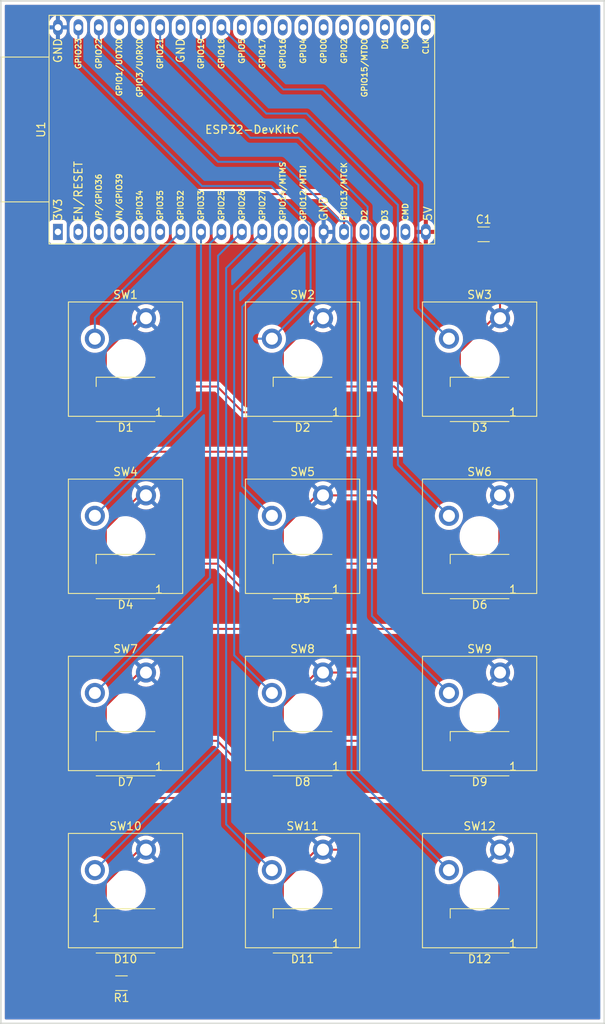
<source format=kicad_pcb>
(kicad_pcb (version 20211014) (generator pcbnew)
  (layers (0 "F.Cu" signal) (31 "B.Cu" signal) (34 "B.Paste" user) (35 "F.Paste" user) (36 "B.SilkS" user "B.Silkscreen") (37 "F.SilkS" user "F.Silkscreen") (38 "B.Mask" user) (39 "F.Mask" user) (44 "Edge.Cuts" user))
  (net 0 "")
  (net 1 "Net-(C1-Pad1)")
  (net 2 "GND")
  (net 3 "Net-(D1-Pad2)")
  (net 4 "Net-(D1-Pad4)")
  (net 5 "Net-(D2-Pad2)")
  (net 7 "Net-(D4-Pad2)")
  (net 8 "Net-(D5-Pad2)")
  (net 9 "Net-(D12-Pad2)")
  (net 10 "Net-(D4-Pad4)")
  (net 11 "Net-(D7-Pad2)")
  (net 12 "Net-(D8-Pad2)")
  (net 13 "Net-(D10-Pad4)")
  (net 14 "Net-(D10-Pad2)")
  (net 15 "Net-(D11-Pad2)")
  (net 16 "DATA")
  (net 17 "SW1")
  (net 18 "SW2")
  (net 19 "SW3")
  (net 20 "SW4")
  (net 21 "SW5")
  (net 22 "SW6")
  (net 23 "SW7")
  (net 24 "SW8")
  (net 25 "SW9")
  (net 26 "SW10")
  (net 27 "SW11")
  (net 28 "SW12")
  (footprint "LED_SMD:LED_WS2812B_PLCC4_5.0x5.0mm_P3.2mm" (layer "F.Cu") (at 139.5 125.5 180)
    (fp_text reference "D5" (at 0 -2.75) (layer "F.SilkS"))
    (fp_text value "WS2812B")
    (fp_text user "1" (at -4.15 -1.6) (layer "F.SilkS"))
    (fp_line (start -3.65 2.75) (end 3.65 2.75) (layer "F.SilkS") (width 0.12))
    (fp_line (start 3.65 2.75) (end 3.65 1.6) (layer "F.SilkS") (width 0.12))
    (fp_line (start -3.65 -2.75) (end 3.65 -2.75) (layer "F.SilkS") (width 0.12))
    (pad "1" smd rect (at -2.45 -1.6 180) (size 1.5 1) (layers "F.Cu" "F.Paste" "F.Mask") (net 1 "Net-(C1-Pad1)"))
    (pad "2" smd rect (at -2.45 1.6 180) (size 1.5 1) (layers "F.Cu" "F.Paste" "F.Mask") (net 8 "Net-(D5-Pad2)"))
    (pad "3" smd rect (at 2.45 1.6 180) (size 1.5 1) (layers "F.Cu" "F.Paste" "F.Mask") (net 2 "GND"))
    (pad "4" smd rect (at 2.45 -1.6 180) (size 1.5 1) (layers "F.Cu" "F.Paste" "F.Mask") (net 7 "Net-(D4-Pad2)"))
  )
  (footprint "LED_SMD:LED_WS2812B_PLCC4_5.0x5.0mm_P3.2mm" (layer "F.Cu") (at 117.5 103.5 180)
    (fp_text reference "D1" (at 0 -3.5) (layer "F.SilkS"))
    (fp_text value "WS2812B")
    (fp_text user "1" (at -4.15 -1.6) (layer "F.SilkS"))
    (fp_line (start -3.65 -2.75) (end 3.65 -2.75) (layer "F.SilkS") (width 0.12))
    (fp_line (start 3.65 2.75) (end 3.65 1.6) (layer "F.SilkS") (width 0.12))
    (fp_line (start -3.65 2.75) (end 3.65 2.75) (layer "F.SilkS") (width 0.12))
    (pad "1" smd rect (at -2.45 -1.6 180) (size 1.5 1) (layers "F.Cu" "F.Paste" "F.Mask") (net 1 "Net-(C1-Pad1)"))
    (pad "2" smd rect (at -2.45 1.6 180) (size 1.5 1) (layers "F.Cu" "F.Paste" "F.Mask") (net 3 "Net-(D1-Pad2)"))
    (pad "3" smd rect (at 2.45 1.6 180) (size 1.5 1) (layers "F.Cu" "F.Paste" "F.Mask") (net 2 "GND"))
    (pad "4" smd rect (at 2.45 -1.6 180) (size 1.5 1) (layers "F.Cu" "F.Paste" "F.Mask") (net 4 "Net-(D1-Pad4)"))
  )
  (footprint "Switch_Keyboard_Cherry_MX:SW_Cherry_MX_Plate_1.00u" (layer "F.Cu") (at 139.5 98.5)
    (fp_text reference "SW2" (at 0 -8) (layer "F.SilkS"))
    (fp_text value "CherryMX")
    (fp_line (start 7.1 -7.1) (end -7.1 -7.1) (layer "F.SilkS") (width 0.12))
    (fp_line (start -7.1 -7.1) (end -7.1 7.1) (layer "F.SilkS") (width 0.12))
    (fp_line (start -7.1 7.1) (end 7.1 7.1) (layer "F.SilkS") (width 0.12))
    (fp_line (start 7.1 7.1) (end 7.1 -7.1) (layer "F.SilkS") (width 0.12))
    (pad "" np_thru_hole circle locked (at 0 0) (size 4 4) (drill 4) (layers *.Cu *.Mask))
    (pad "1" thru_hole circle locked (at -3.81 -2.54) (size 2.5 2.5) (drill 1.5) (layers *.Cu "B.Mask") (net 18 "SW2"))
    (pad "2" thru_hole circle locked (at 2.54 -5.08) (size 2.5 2.5) (drill 1.5) (layers *.Cu "B.Mask") (net 2 "GND"))
  )
  (footprint "Switch_Keyboard_Cherry_MX:SW_Cherry_MX_Plate_1.00u" (layer "F.Cu") (at 117.5 98.5)
    (fp_text reference "SW1" (at 0 -8) (layer "F.SilkS"))
    (fp_text value "CherryMX")
    (fp_line (start 7.1 -7.1) (end -7.1 -7.1) (layer "F.SilkS") (width 0.12))
    (fp_line (start -7.1 -7.1) (end -7.1 7.1) (layer "F.SilkS") (width 0.12))
    (fp_line (start -7.1 7.1) (end 7.1 7.1) (layer "F.SilkS") (width 0.12))
    (fp_line (start 7.1 7.1) (end 7.1 -7.1) (layer "F.SilkS") (width 0.12))
    (pad "" np_thru_hole circle locked (at 0 0) (size 4 4) (drill 4) (layers *.Cu *.Mask))
    (pad "1" thru_hole circle locked (at -3.81 -2.54) (size 2.5 2.5) (drill 1.5) (layers *.Cu "B.Mask") (net 17 "SW1"))
    (pad "2" thru_hole circle locked (at 2.54 -5.08) (size 2.5 2.5) (drill 1.5) (layers *.Cu "B.Mask") (net 2 "GND"))
  )
  (footprint "LED_SMD:LED_WS2812B_PLCC4_5.0x5.0mm_P3.2mm" (layer "F.Cu") (at 161.5 125.5 180)
    (fp_text reference "D6" (at 0 -3.5) (layer "F.SilkS"))
    (fp_text value "WS2812B")
    (fp_text user "1" (at -4.15 -1.6) (layer "F.SilkS"))
    (fp_line (start -3.65 -2.75) (end 3.65 -2.75) (layer "F.SilkS") (width 0.12))
    (fp_line (start -3.65 2.75) (end 3.65 2.75) (layer "F.SilkS") (width 0.12))
    (fp_line (start 3.65 2.75) (end 3.65 1.6) (layer "F.SilkS") (width 0.12))
    (pad "1" smd rect (at -2.45 -1.6 180) (size 1.5 1) (layers "F.Cu" "F.Paste" "F.Mask") (net 1 "Net-(C1-Pad1)"))
    (pad "2" smd rect (at -2.45 1.6 180) (size 1.5 1) (layers "F.Cu" "F.Paste" "F.Mask") (net 4 "Net-(D1-Pad4)"))
    (pad "3" smd rect (at 2.45 1.6 180) (size 1.5 1) (layers "F.Cu" "F.Paste" "F.Mask") (net 2 "GND"))
    (pad "4" smd rect (at 2.45 -1.6 180) (size 1.5 1) (layers "F.Cu" "F.Paste" "F.Mask") (net 8 "Net-(D5-Pad2)"))
  )
  (footprint "Switch_Keyboard_Cherry_MX:SW_Cherry_MX_Plate_1.00u" (layer "F.Cu") (at 139.5 142.5)
    (fp_text reference "SW8" (at 0 -8) (layer "F.SilkS"))
    (fp_text value "CherryMX")
    (fp_line (start -7.1 7.1) (end 7.1 7.1) (layer "F.SilkS") (width 0.12))
    (fp_line (start -7.1 -7.1) (end -7.1 7.1) (layer "F.SilkS") (width 0.12))
    (fp_line (start 7.1 7.1) (end 7.1 -7.1) (layer "F.SilkS") (width 0.12))
    (fp_line (start 7.1 -7.1) (end -7.1 -7.1) (layer "F.SilkS") (width 0.12))
    (pad "" np_thru_hole circle locked (at 0 0) (size 4 4) (drill 4) (layers *.Cu *.Mask))
    (pad "1" thru_hole circle locked (at -3.81 -2.54) (size 2.5 2.5) (drill 1.5) (layers *.Cu "B.Mask") (net 24 "SW8"))
    (pad "2" thru_hole circle locked (at 2.54 -5.08) (size 2.5 2.5) (drill 1.5) (layers *.Cu "B.Mask") (net 2 "GND"))
  )
  (footprint "Capacitor_SMD:C_1206_3216Metric_Pad1.33x1.80mm_HandSolder" (layer "F.Cu") (at 162 83)
    (fp_text reference "C1" (at 0 -1.85) (layer "F.SilkS"))
    (fp_text value "10u")
    (fp_line (start -0.711252 -0.91) (end 0.711252 -0.91) (layer "F.SilkS") (width 0.12))
    (fp_line (start -0.711252 0.91) (end 0.711252 0.91) (layer "F.SilkS") (width 0.12))
    (pad "1" smd roundrect (at -1.5625 0) (size 1.325 1.8) (layers "F.Cu" "F.Paste" "F.Mask") (roundrect_rratio 0.188679) (net 1 "Net-(C1-Pad1)"))
    (pad "2" smd roundrect (at 1.5625 0) (size 1.325 1.8) (layers "F.Cu" "F.Paste" "F.Mask") (roundrect_rratio 0.188679) (net 2 "GND"))
  )
  (footprint "Switch_Keyboard_Cherry_MX:SW_Cherry_MX_Plate_1.00u" (layer "F.Cu") (at 139.5 120.5)
    (fp_text reference "SW5" (at 0 -8) (layer "F.SilkS"))
    (fp_text value "CherryMX")
    (fp_line (start -7.1 7.1) (end 7.1 7.1) (layer "F.SilkS") (width 0.12))
    (fp_line (start 7.1 -7.1) (end -7.1 -7.1) (layer "F.SilkS") (width 0.12))
    (fp_line (start -7.1 -7.1) (end -7.1 7.1) (layer "F.SilkS") (width 0.12))
    (fp_line (start 7.1 7.1) (end 7.1 -7.1) (layer "F.SilkS") (width 0.12))
    (pad "" np_thru_hole circle locked (at 0 0) (size 4 4) (drill 4) (layers *.Cu *.Mask))
    (pad "1" thru_hole circle locked (at -3.81 -2.54) (size 2.5 2.5) (drill 1.5) (layers *.Cu "B.Mask") (net 21 "SW5"))
    (pad "2" thru_hole circle locked (at 2.54 -5.08) (size 2.5 2.5) (drill 1.5) (layers *.Cu "B.Mask") (net 2 "GND"))
  )
  (footprint "LED_SMD:LED_WS2812B_PLCC4_5.0x5.0mm_P3.2mm" (layer "F.Cu") (at 161.5 169.5 180)
    (fp_text reference "D12" (at 0 -3.5) (layer "F.SilkS"))
    (fp_text value "WS2812B")
    (fp_text user "1" (at -4.15 -1.6) (layer "F.SilkS"))
    (fp_line (start -3.65 -2.75) (end 3.65 -2.75) (layer "F.SilkS") (width 0.12))
    (fp_line (start -3.65 2.75) (end 3.65 2.75) (layer "F.SilkS") (width 0.12))
    (fp_line (start 3.65 2.75) (end 3.65 1.6) (layer "F.SilkS") (width 0.12))
    (pad "1" smd rect (at -2.45 -1.6 180) (size 1.5 1) (layers "F.Cu" "F.Paste" "F.Mask") (net 1 "Net-(C1-Pad1)"))
    (pad "2" smd rect (at -2.45 1.6 180) (size 1.5 1) (layers "F.Cu" "F.Paste" "F.Mask") (net 9 "Net-(D12-Pad2)"))
    (pad "3" smd rect (at 2.45 1.6 180) (size 1.5 1) (layers "F.Cu" "F.Paste" "F.Mask") (net 2 "GND"))
    (pad "4" smd rect (at 2.45 -1.6 180) (size 1.5 1) (layers "F.Cu" "F.Paste" "F.Mask") (net 15 "Net-(D11-Pad2)"))
  )
  (footprint "LED_SMD:LED_WS2812B_PLCC4_5.0x5.0mm_P3.2mm" (layer "F.Cu") (at 161.5 103.5 180)
    (fp_text reference "D3" (at 0 -3.5) (layer "F.SilkS"))
    (fp_text value "WS2812B")
    (fp_text user "1" (at -4.15 -1.6) (layer "F.SilkS"))
    (fp_line (start -3.65 2.75) (end 3.65 2.75) (layer "F.SilkS") (width 0.12))
    (fp_line (start 3.65 2.75) (end 3.65 1.6) (layer "F.SilkS") (width 0.12))
    (fp_line (start -3.65 -2.75) (end 3.65 -2.75) (layer "F.SilkS") (width 0.12))
    (pad "1" smd rect (at -2.45 -1.6 180) (size 1.5 1) (layers "F.Cu" "F.Paste" "F.Mask") (net 1 "Net-(C1-Pad1)"))
    (pad "2" smd rect (at -2.45 1.6 180) (size 1.5 1) (layers "F.Cu" "F.Paste" "F.Mask"))
    (pad "3" smd rect (at 2.45 1.6 180) (size 1.5 1) (layers "F.Cu" "F.Paste" "F.Mask") (net 2 "GND"))
    (pad "4" smd rect (at 2.45 -1.6 180) (size 1.5 1) (layers "F.Cu" "F.Paste" "F.Mask") (net 5 "Net-(D2-Pad2)"))
  )
  (footprint "LED_SMD:LED_WS2812B_PLCC4_5.0x5.0mm_P3.2mm" (layer "F.Cu") (at 117.5 147.5 180)
    (fp_text reference "D7" (at 0 -3.5) (layer "F.SilkS"))
    (fp_text value "WS2812B")
    (fp_text user "1" (at -4.15 -1.6) (layer "F.SilkS"))
    (fp_line (start -3.65 2.75) (end 3.65 2.75) (layer "F.SilkS") (width 0.12))
    (fp_line (start 3.65 2.75) (end 3.65 1.6) (layer "F.SilkS") (width 0.12))
    (fp_line (start -3.65 -2.75) (end 3.65 -2.75) (layer "F.SilkS") (width 0.12))
    (pad "1" smd rect (at -2.45 -1.6 180) (size 1.5 1) (layers "F.Cu" "F.Paste" "F.Mask") (net 1 "Net-(C1-Pad1)"))
    (pad "2" smd rect (at -2.45 1.6 180) (size 1.5 1) (layers "F.Cu" "F.Paste" "F.Mask") (net 11 "Net-(D7-Pad2)"))
    (pad "3" smd rect (at 2.45 1.6 180) (size 1.5 1) (layers "F.Cu" "F.Paste" "F.Mask") (net 2 "GND"))
    (pad "4" smd rect (at 2.45 -1.6 180) (size 1.5 1) (layers "F.Cu" "F.Paste" "F.Mask") (net 9 "Net-(D12-Pad2)"))
  )
  (footprint "LED_SMD:LED_WS2812B_PLCC4_5.0x5.0mm_P3.2mm" (layer "F.Cu") (at 139.5 103.5 180)
    (fp_text reference "D2" (at 0 -3.5) (layer "F.SilkS"))
    (fp_text value "WS2812B")
    (fp_text user "1" (at -4.15 -1.6) (layer "F.SilkS"))
    (fp_line (start -3.65 2.75) (end 3.65 2.75) (layer "F.SilkS") (width 0.12))
    (fp_line (start 3.65 2.75) (end 3.65 1.6) (layer "F.SilkS") (width 0.12))
    (fp_line (start -3.65 -2.75) (end 3.65 -2.75) (layer "F.SilkS") (width 0.12))
    (pad "1" smd rect (at -2.45 -1.6 180) (size 1.5 1) (layers "F.Cu" "F.Paste" "F.Mask") (net 1 "Net-(C1-Pad1)"))
    (pad "2" smd rect (at -2.45 1.6 180) (size 1.5 1) (layers "F.Cu" "F.Paste" "F.Mask") (net 5 "Net-(D2-Pad2)"))
    (pad "3" smd rect (at 2.45 1.6 180) (size 1.5 1) (layers "F.Cu" "F.Paste" "F.Mask") (net 2 "GND"))
    (pad "4" smd rect (at 2.45 -1.6 180) (size 1.5 1) (layers "F.Cu" "F.Paste" "F.Mask") (net 3 "Net-(D1-Pad2)"))
  )
  (footprint "LED_SMD:LED_WS2812B_PLCC4_5.0x5.0mm_P3.2mm" (layer "F.Cu") (at 139.5 147.5 180)
    (fp_text reference "D8" (at 0 -3.5) (layer "F.SilkS"))
    (fp_text value "WS2812B")
    (fp_text user "1" (at -4.15 -1.6) (layer "F.SilkS"))
    (fp_line (start -3.65 -2.75) (end 3.65 -2.75) (layer "F.SilkS") (width 0.12))
    (fp_line (start 3.65 2.75) (end 3.65 1.6) (layer "F.SilkS") (width 0.12))
    (fp_line (start -3.65 2.75) (end 3.65 2.75) (layer "F.SilkS") (width 0.12))
    (pad "1" smd rect (at -2.45 -1.6 180) (size 1.5 1) (layers "F.Cu" "F.Paste" "F.Mask") (net 1 "Net-(C1-Pad1)"))
    (pad "2" smd rect (at -2.45 1.6 180) (size 1.5 1) (layers "F.Cu" "F.Paste" "F.Mask") (net 12 "Net-(D8-Pad2)"))
    (pad "3" smd rect (at 2.45 1.6 180) (size 1.5 1) (layers "F.Cu" "F.Paste" "F.Mask") (net 2 "GND"))
    (pad "4" smd rect (at 2.45 -1.6 180) (size 1.5 1) (layers "F.Cu" "F.Paste" "F.Mask") (net 11 "Net-(D7-Pad2)"))
  )
  (footprint "Switch_Keyboard_Cherry_MX:SW_Cherry_MX_Plate_1.00u" (layer "F.Cu") (at 139.5 164.5)
    (fp_text reference "SW11" (at 0 -8) (layer "F.SilkS"))
    (fp_text value "CherryMX")
    (fp_line (start 7.1 -7.1) (end -7.1 -7.1) (layer "F.SilkS") (width 0.12))
    (fp_line (start -7.1 7.1) (end 7.1 7.1) (layer "F.SilkS") (width 0.12))
    (fp_line (start 7.1 7.1) (end 7.1 -7.1) (layer "F.SilkS") (width 0.12))
    (fp_line (start -7.1 -7.1) (end -7.1 7.1) (layer "F.SilkS") (width 0.12))
    (pad "" np_thru_hole circle locked (at 0 0) (size 4 4) (drill 4) (layers *.Cu *.Mask))
    (pad "1" thru_hole circle locked (at -3.81 -2.54) (size 2.5 2.5) (drill 1.5) (layers *.Cu "B.Mask") (net 27 "SW11"))
    (pad "2" thru_hole circle locked (at 2.54 -5.08) (size 2.5 2.5) (drill 1.5) (layers *.Cu "B.Mask") (net 2 "GND"))
  )
  (footprint "LED_SMD:LED_WS2812B_PLCC4_5.0x5.0mm_P3.2mm" (layer "F.Cu") (at 117.5 125.5 180)
    (fp_text reference "D4" (at 0 -3.5) (layer "F.SilkS"))
    (fp_text value "WS2812B")
    (fp_text user "1" (at -4.15 -1.6) (layer "F.SilkS"))
    (fp_line (start -3.65 2.75) (end 3.65 2.75) (layer "F.SilkS") (width 0.12))
    (fp_line (start 3.65 2.75) (end 3.65 1.6) (layer "F.SilkS") (width 0.12))
    (fp_line (start -3.65 -2.75) (end 3.65 -2.75) (layer "F.SilkS") (width 0.12))
    (pad "1" smd rect (at -2.45 -1.6 180) (size 1.5 1) (layers "F.Cu" "F.Paste" "F.Mask") (net 1 "Net-(C1-Pad1)"))
    (pad "2" smd rect (at -2.45 1.6 180) (size 1.5 1) (layers "F.Cu" "F.Paste" "F.Mask") (net 7 "Net-(D4-Pad2)"))
    (pad "3" smd rect (at 2.45 1.6 180) (size 1.5 1) (layers "F.Cu" "F.Paste" "F.Mask") (net 2 "GND"))
    (pad "4" smd rect (at 2.45 -1.6 180) (size 1.5 1) (layers "F.Cu" "F.Paste" "F.Mask") (net 10 "Net-(D4-Pad4)"))
  )
  (footprint "LED_SMD:LED_WS2812B_PLCC4_5.0x5.0mm_P3.2mm" (layer "F.Cu") (at 139.5 169.5 180)
    (fp_text reference "D11" (at 0 -3.5) (layer "F.SilkS"))
    (fp_text value "WS2812B")
    (fp_text user "1" (at -4.15 -1.6) (layer "F.SilkS"))
    (fp_line (start 3.65 2.75) (end 3.65 1.6) (layer "F.SilkS") (width 0.12))
    (fp_line (start -3.65 -2.75) (end 3.65 -2.75) (layer "F.SilkS") (width 0.12))
    (fp_line (start -3.65 2.75) (end 3.65 2.75) (layer "F.SilkS") (width 0.12))
    (pad "1" smd rect (at -2.45 -1.6 180) (size 1.5 1) (layers "F.Cu" "F.Paste" "F.Mask") (net 1 "Net-(C1-Pad1)"))
    (pad "2" smd rect (at -2.45 1.6 180) (size 1.5 1) (layers "F.Cu" "F.Paste" "F.Mask") (net 15 "Net-(D11-Pad2)"))
    (pad "3" smd rect (at 2.45 1.6 180) (size 1.5 1) (layers "F.Cu" "F.Paste" "F.Mask") (net 2 "GND"))
    (pad "4" smd rect (at 2.45 -1.6 180) (size 1.5 1) (layers "F.Cu" "F.Paste" "F.Mask") (net 14 "Net-(D10-Pad2)"))
  )
  (footprint "Espressif:ESP32-DevKitC" (layer "F.Cu") (at 109.09656 82.7 90)
    (fp_text reference "U1" (at 12.7 -2.1 90) (layer "F.SilkS"))
    (fp_text value "ESP32-DevKitC" (at 12.7 24.13) (layer "F.SilkS"))
    (fp_text user "EN/RESET" (at 8.88632 2.53728 90 unlocked) (layer "F.SilkS") (effects (justify right)))
    (fp_text user "GPIO2" (at 24.13 35.56 90 unlocked) (layer "F.SilkS") (effects (font (size 0.7 0.7)) (justify right)))
    (fp_text user "GPIO23" (at 24.13 2.54 90 unlocked) (layer "F.SilkS") (effects (font (size 0.7 0.7)) (justify right)))
    (fp_text user "GND" (at 1.27 33.02 90 unlocked) (layer "F.SilkS") (effects (justify left)))
    (fp_text user "VN/GPIO39" (at 1.27 7.62 90 unlocked) (layer "F.SilkS") (effects (font (size 0.7 0.7)) (justify left)))
    (fp_text user "GPIO34" (at 1.27 10.16 90 unlocked) (layer "F.SilkS") (effects (font (size 0.7 0.7)) (justify left)))
    (fp_text user "GPIO1/U0TXD" (at 24.13 7.62 90 unlocked) (layer "F.SilkS") (effects (font (size 0.7 0.7)) (justify right)))
    (fp_text user "GPIO35" (at 1.27 12.7 90 unlocked) (layer "F.SilkS") (effects (font (size 0.7 0.7)) (justify left)))
    (fp_text user "D2" (at 1.27 38.1 90 unlocked) (layer "F.SilkS") (effects (font (size 0.7 0.7)) (justify left)))
    (fp_text user "D0" (at 24.13 43.18 90 unlocked) (layer "F.SilkS") (effects (font (size 0.7 0.7)) (justify right)))
    (fp_text user "GPIO3/U0RXD" (at 24.13 10.16 90 unlocked) (layer "F.SilkS") (effects (font (size 0.7 0.7)) (justify right)))
    (fp_text user "GPIO14/MTMS" (at 1.27 27.94 90 unlocked) (layer "F.SilkS") (effects (font (size 0.7 0.7)) (justify left)))
    (fp_text user "GPIO0" (at 24.13 33.02 90 unlocked) (layer "F.SilkS") (effects (font (size 0.7 0.7)) (justify right)))
    (fp_text user "GPIO33" (at 1.27 17.78 90 unlocked) (layer "F.SilkS") (effects (font (size 0.7 0.7)) (justify left)))
    (fp_text user "CMD" (at 1.27 43.18 90 unlocked) (layer "F.SilkS") (effects (font (size 0.7 0.7)) (justify left)))
    (fp_text user "GPIO4" (at 24.13 30.48 90 unlocked) (layer "F.SilkS") (effects (font (size 0.7 0.7)) (justify right)))
    (fp_text user "GPIO25" (at 1.27 20.32 90 unlocked) (layer "F.SilkS") (effects (font (size 0.7 0.7)) (justify left)))
    (fp_text user "GPIO18" (at 24.13 20.32 90 unlocked) (layer "F.SilkS") (effects (font (size 0.7 0.7)) (justify right)))
    (fp_text user "GPIO16" (at 24.13 27.94 90 unlocked) (layer "F.SilkS") (effects (font (size 0.7 0.7)) (justify right)))
    (fp_text user "GND" (at 24.13 0 90 unlocked) (layer "F.SilkS") (effects (justify right)))
    (fp_text user "GPIO21" (at 24.13 12.7 90 unlocked) (layer "F.SilkS") (effects (font (size 0.7 0.7)) (justify right)))
    (fp_text user "GPIO12/MTDI" (at 1.27 30.48 90 unlocked) (layer "F.SilkS") (effects (font (size 0.7 0.7)) (justify left)))
    (fp_text user "GPIO15/MTDO" (at 24.13 38.1 90 unlocked) (layer "F.SilkS") (effects (font (size 0.7 0.7)) (justify right)))
    (fp_text user "GPIO27" (at 1.27 25.4 90 unlocked) (layer "F.SilkS") (effects (font (size 0.7 0.7)) (justify left)))
    (fp_text user "GPIO22" (at 24.13 5.08 90 unlocked) (layer "F.SilkS") (effects (font (size 0.7 0.7)) (justify right)))
    (fp_text user "3V3" (at 1.27 0 90 unlocked) (layer "F.SilkS") (effects (justify left)))
    (fp_text user "GPIO17" (at 24.13 25.4 90 unlocked) (layer "F.SilkS") (effects (font (size 0.7 0.7)) (justify right)))
    (fp_text user "GND" (at 24.13 15.24 90 unlocked) (layer "F.SilkS") (effects (justify right)))
    (fp_text user "GPIO32" (at 1.27 15.24 90 unlocked) (layer "F.SilkS") (effects (font (size 0.7 0.7)) (justify left)))
    (fp_text user "GPIO19" (at 24.13 17.78 90 unlocked) (layer "F.SilkS") (effects (font (size 0.7 0.7)) (justify right)))
    (fp_text user "GPIO5" (at 24.13 22.86 90 unlocked) (layer "F.SilkS") (effects (font (size 0.7 0.7)) (justify right)))
    (fp_text user "D1" (at 24.13 40.64 90 unlocked) (layer "F.SilkS") (effects (font (size 0.7 0.7)) (justify right)))
    (fp_text user "GPIO13/MTCK" (at 1.27 35.56 90 unlocked) (layer "F.SilkS") (effects (font (size 0.7 0.7)) (justify left)))
    (fp_text user "GPIO26" (at 1.27 22.86 90 unlocked) (layer "F.SilkS") (effects (font (size 0.7 0.7)) (justify left)))
    (fp_text user "CLK" (at 24.13 45.72 90 unlocked) (layer "F.SilkS") (effects (font (size 0.7 0.7)) (justify right)))
    (fp_text user "VP/GPIO36" (at 1.27 5.08 90 unlocked) (layer "F.SilkS") (effects (font (size 0.7 0.7)) (justify left)))
    (fp_text user "5V" (at 1.26632 45.97128 90 unlocked) (layer "F.SilkS") (effects (justify left)))
    (fp_text user "D3" (at 1.27 40.64 90 unlocked) (layer "F.SilkS") (effects (font (size 0.7 0.7)) (justify left)))
    (fp_line (start 3.73012 -1.12032) (end 3.73012 -7.01312) (layer "F.SilkS") (width 0.12))
    (fp_line (start 26.899999 46.82) (end 26.9 -1.1) (layer "F.SilkS") (width 0.12))
    (fp_line (start -1.5 46.82) (end 26.899999 46.82) (layer "F.SilkS") (width 0.12))
    (fp_line (start 21.71332 -7.01312) (end 21.71332 -1.12032) (layer "F.SilkS") (width 0.12))
    (fp_line (start 26.9 -1.1) (end -1.499999 -1.1) (layer "F.SilkS") (width 0.12))
    (fp_line (start 3.73012 -7.01312) (end 21.71332 -7.01312) (layer "F.SilkS") (width 0.12))
    (fp_line (start -1.499999 -1.1) (end -1.5 46.82) (layer "F.SilkS") (width 0.12))
    (pad "1" thru_hole rect (at 0 0) (size 1.2 2) (drill 0.8) (layers *.Cu *.Mask))
    (pad "2" thru_hole oval (at 0 2.54) (size 1.2 2) (drill 0.8) (layers *.Cu *.Mask))
    (pad "3" thru_hole oval (at 0 5.08) (size 1.2 2) (drill 0.8) (layers *.Cu *.Mask))
    (pad "4" thru_hole oval (at 0 7.62) (size 1.2 2) (drill 0.8) (layers *.Cu *.Mask))
    (pad "5" thru_hole oval (at 0 10.16) (size 1.2 2) (drill 0.8) (layers *.Cu *.Mask))
    (pad "6" thru_hole oval (at 0 12.7) (size 1.2 2) (drill 0.8) (layers *.Cu *.Mask))
    (pad "7" thru_hole oval (at 0 15.24) (size 1.2 2) (drill 0.8) (layers *.Cu *.Mask) (net 17 "SW1"))
    (pad "8" thru_hole oval (at 0 17.78) (size 1.2 2) (drill 0.8) (layers *.Cu *.Mask) (net 20 "SW4"))
    (pad "9" thru_hole oval (at 0 20.32) (size 1.2 2) (drill 0.8) (layers *.Cu *.Mask) (net 23 "SW7"))
    (pad "10" thru_hole oval (at 0 22.86) (size 1.2 2) (drill 0.8) (layers *.Cu *.Mask) (net 26 "SW10"))
    (pad "11" thru_hole oval (at 0 25.4) (size 1.2 2) (drill 0.8) (layers *.Cu *.Mask) (net 27 "SW11"))
    (pad "12" thru_hole oval (at 0 27.94) (size 1.2 2) (drill 0.8) (layers *.Cu *.Mask) (net 24 "SW8"))
    (pad "13" thru_hole oval (at 0 30.48) (size 1.2 2) (drill 0.8) (layers *.Cu *.Mask) (net 21 "SW5"))
    (pad "14" thru_hole oval (at 0 33.02) (size 1.2 2) (drill 0.8) (layers *.Cu *.Mask) (net 2 "GND"))
    (pad "15" thru_hole oval (at 0 35.56) (size 1.2 2) (drill 0.8) (layers *.Cu *.Mask) (net 16 "DATA"))
    (pad "16" thru_hole oval (at 0 38.1) (size 1.2 2) (drill 0.8) (layers *.Cu *.Mask))
    (pad "17" thru_hole oval (at 0 40.64) (size 1.2 2) (drill 0.8) (layers *.Cu *.Mask))
    (pad "18" thru_hole oval (at 0 43.18) (size 1.2 2) (drill 0.8) (layers *.Cu *.Mask))
    (pad "19" thru_hole oval (at 0 45.72) (size 1.2 2) (drill 0.8) (layers *.Cu *.Mask) (net 1 "Net-(C1-Pad1)"))
    (pad "20" thru_hole oval (at 25.39632 45.71728) (size 1.2 2) (drill 0.8) (layers *.Cu *.Mask))
    (pad "21" thru_hole oval (at 25.39632 43.17728) (size 1.2 2) (drill 0.8) (layers *.Cu *.Mask))
    (pad "22" thru_hole oval (at 25.4 40.64) (size 1.2 2) (drill 0.8) (layers *.Cu *.Mask))
    (pad "23" thru_hole oval (at 25.4 38.1) (size 1.2 2) (drill 0.8) (layers *.Cu *.Mask))
    (pad "24" thru_hole oval (at 25.4 35.56) (size 1.2 2) (drill 0.8) (layers *.Cu *.Mask))
    (pad "25" thru_hole oval (at 25.4 33.02) (size 1.2 2) (drill 0.8) (layers *.Cu *.Mask))
    (pad "26" thru_hole oval (at 25.4 30.48) (size 1.2 2) (drill 0.8) (layers *.Cu *.Mask))
    (pad "27" thru_hole oval (at 25.4 27.94) (size 1.2 2) (drill 0.8) (layers *.Cu *.Mask))
    (pad "28" thru_hole oval (at 25.4 25.4) (size 1.2 2) (drill 0.8) (layers *.Cu *.Mask))
    (pad "29" thru_hole oval (at 25.4 22.86) (size 1.2 2) (drill 0.8) (layers *.Cu *.Mask))
    (pad "30" thru_hole oval (at 25.4 20.32) (size 1.2 2) (drill 0.8) (layers *.Cu *.Mask) (net 19 "SW3"))
    (pad "31" thru_hole oval (at 25.4 17.78) (size 1.2 2) (drill 0.8) (layers *.Cu *.Mask) (net 22 "SW6"))
    (pad "32" thru_hole oval (at 25.4 15.24) (size 1.2 2) (drill 0.8) (layers *.Cu *.Mask))
    (pad "33" thru_hole oval (at 25.4 12.7) (size 1.2 2) (drill 0.8) (layers *.Cu *.Mask) (net 25 "SW9"))
    (pad "34" thru_hole oval (at 25.4 10.16) (size 1.2 2) (drill 0.8) (layers *.Cu *.Mask))
    (pad "35" thru_hole oval (at 25.4 7.62) (size 1.2 2) (drill 0.8) (layers *.Cu *.Mask))
    (pad "36" thru_hole oval (at 25.4 5.08) (size 1.2 2) (drill 0.8) (layers *.Cu *.Mask) (net 28 "SW12"))
    (pad "37" thru_hole oval (at 25.4 2.54) (size 1.2 2) (drill 0.8) (layers *.Cu *.Mask) (net 18 "SW2"))
    (pad "38" thru_hole oval (at 25.4 0) (size 1.2 2) (drill 0.8) (layers *.Cu *.Mask) (net 2 "GND"))
  )
  (footprint "Switch_Keyboard_Cherry_MX:SW_Cherry_MX_Plate_1.00u" (layer "F.Cu") (at 161.5 142.5)
    (fp_text reference "SW9" (at 0 -8) (layer "F.SilkS"))
    (fp_text value "CherryMX")
    (fp_line (start -7.1 7.1) (end 7.1 7.1) (layer "F.SilkS") (width 0.12))
    (fp_line (start 7.1 7.1) (end 7.1 -7.1) (layer "F.SilkS") (width 0.12))
    (fp_line (start -7.1 -7.1) (end -7.1 7.1) (layer "F.SilkS") (width 0.12))
    (fp_line (start 7.1 -7.1) (end -7.1 -7.1) (layer "F.SilkS") (width 0.12))
    (pad "" np_thru_hole circle locked (at 0 0) (size 4 4) (drill 4) (layers *.Cu *.Mask))
    (pad "1" thru_hole circle locked (at -3.81 -2.54) (size 2.5 2.5) (drill 1.5) (layers *.Cu "B.Mask") (net 25 "SW9"))
    (pad "2" thru_hole circle locked (at 2.54 -5.08) (size 2.5 2.5) (drill 1.5) (layers *.Cu "B.Mask") (net 2 "GND"))
  )
  (footprint "LED_SMD:LED_WS2812B_PLCC4_5.0x5.0mm_P3.2mm" (layer "F.Cu") (at 161.5 147.5 180)
    (fp_text reference "D9" (at 0 -3.5) (layer "F.SilkS"))
    (fp_text value "WS2812B")
    (fp_text user "1" (at -4.15 -1.6) (layer "F.SilkS"))
    (fp_line (start -3.65 2.75) (end 3.65 2.75) (layer "F.SilkS") (width 0.12))
    (fp_line (start -3.65 -2.75) (end 3.65 -2.75) (layer "F.SilkS") (width 0.12))
    (fp_line (start 3.65 2.75) (end 3.65 1.6) (layer "F.SilkS") (width 0.12))
    (pad "1" smd rect (at -2.45 -1.6 180) (size 1.5 1) (layers "F.Cu" "F.Paste" "F.Mask") (net 1 "Net-(C1-Pad1)"))
    (pad "2" smd rect (at -2.45 1.6 180) (size 1.5 1) (layers "F.Cu" "F.Paste" "F.Mask") (net 10 "Net-(D4-Pad4)"))
    (pad "3" smd rect (at 2.45 1.6 180) (size 1.5 1) (layers "F.Cu" "F.Paste" "F.Mask") (net 2 "GND"))
    (pad "4" smd rect (at 2.45 -1.6 180) (size 1.5 1) (layers "F.Cu" "F.Paste" "F.Mask") (net 12 "Net-(D8-Pad2)"))
  )
  (footprint "Resistor_SMD:R_1206_3216Metric_Pad1.30x1.75mm_HandSolder" (layer "F.Cu") (at 117 176 180)
    (fp_text reference "R1" (at 0 -1.82) (layer "F.SilkS"))
    (fp_text value "470R")
    (fp_line (start -0.727064 -0.91) (end 0.727064 -0.91) (layer "F.SilkS") (width 0.12))
    (fp_line (start -0.727064 0.91) (end 0.727064 0.91) (layer "F.SilkS") (width 0.12))
    (pad "1" smd roundrect (at -1.55 0 180) (size 1.3 1.75) (layers "F.Cu" "F.Paste" "F.Mask") (roundrect_rratio 0.192308) (net 16 "DATA"))
    (pad "2" smd roundrect (at 1.55 0 180) (size 1.3 1.75) (layers "F.Cu" "F.Paste" "F.Mask") (roundrect_rratio 0.192308) (net 13 "Net-(D10-Pad4)"))
  )
  (footprint "Switch_Keyboard_Cherry_MX:SW_Cherry_MX_Plate_1.00u" (layer "F.Cu") (at 161.5 164.5)
    (fp_text reference "SW12" (at 0 -8) (layer "F.SilkS"))
    (fp_text value "CherryMX")
    (fp_line (start 7.1 -7.1) (end -7.1 -7.1) (layer "F.SilkS") (width 0.12))
    (fp_line (start 7.1 7.1) (end 7.1 -7.1) (layer "F.SilkS") (width 0.12))
    (fp_line (start -7.1 -7.1) (end -7.1 7.1) (layer "F.SilkS") (width 0.12))
    (fp_line (start -7.1 7.1) (end 7.1 7.1) (layer "F.SilkS") (width 0.12))
    (pad "" np_thru_hole circle locked (at 0 0) (size 4 4) (drill 4) (layers *.Cu *.Mask))
    (pad "1" thru_hole circle locked (at -3.81 -2.54) (size 2.5 2.5) (drill 1.5) (layers *.Cu "B.Mask") (net 28 "SW12"))
    (pad "2" thru_hole circle locked (at 2.54 -5.08) (size 2.5 2.5) (drill 1.5) (layers *.Cu "B.Mask") (net 2 "GND"))
  )
  (footprint "Switch_Keyboard_Cherry_MX:SW_Cherry_MX_Plate_1.00u" (layer "F.Cu") (at 117.5 142.5)
    (fp_text reference "SW7" (at 0 -8) (layer "F.SilkS"))
    (fp_text value "CherryMX")
    (fp_line (start 7.1 -7.1) (end -7.1 -7.1) (layer "F.SilkS") (width 0.12))
    (fp_line (start -7.1 -7.1) (end -7.1 7.1) (layer "F.SilkS") (width 0.12))
    (fp_line (start -7.1 7.1) (end 7.1 7.1) (layer "F.SilkS") (width 0.12))
    (fp_line (start 7.1 7.1) (end 7.1 -7.1) (layer "F.SilkS") (width 0.12))
    (pad "" np_thru_hole circle locked (at 0 0) (size 4 4) (drill 4) (layers *.Cu *.Mask))
    (pad "1" thru_hole circle locked (at -3.81 -2.54) (size 2.5 2.5) (drill 1.5) (layers *.Cu "B.Mask") (net 23 "SW7"))
    (pad "2" thru_hole circle locked (at 2.54 -5.08) (size 2.5 2.5) (drill 1.5) (layers *.Cu "B.Mask") (net 2 "GND"))
  )
  (footprint "Switch_Keyboard_Cherry_MX:SW_Cherry_MX_Plate_1.00u" (layer "F.Cu") (at 161.5 120.5)
    (fp_text reference "SW6" (at 0 -8) (layer "F.SilkS"))
    (fp_text value "CherryMX")
    (fp_line (start 7.1 7.1) (end 7.1 -7.1) (layer "F.SilkS") (width 0.12))
    (fp_line (start -7.1 7.1) (end 7.1 7.1) (layer "F.SilkS") (width 0.12))
    (fp_line (start 7.1 -7.1) (end -7.1 -7.1) (layer "F.SilkS") (width 0.12))
    (fp_line (start -7.1 -7.1) (end -7.1 7.1) (layer "F.SilkS") (width 0.12))
    (pad "" np_thru_hole circle locked (at 0 0) (size 4 4) (drill 4) (layers *.Cu *.Mask))
    (pad "1" thru_hole circle locked (at -3.81 -2.54) (size 2.5 2.5) (drill 1.5) (layers *.Cu "B.Mask") (net 22 "SW6"))
    (pad "2" thru_hole circle locked (at 2.54 -5.08) (size 2.5 2.5) (drill 1.5) (layers *.Cu "B.Mask") (net 2 "GND"))
  )
  (footprint "Switch_Keyboard_Cherry_MX:SW_Cherry_MX_Plate_1.00u" (layer "F.Cu") (at 161.5 98.5)
    (fp_text reference "SW3" (at 0 -8) (layer "F.SilkS"))
    (fp_text value "CherryMX")
    (fp_line (start 7.1 7.1) (end 7.1 -7.1) (layer "F.SilkS") (width 0.12))
    (fp_line (start -7.1 -7.1) (end -7.1 7.1) (layer "F.SilkS") (width 0.12))
    (fp_line (start -7.1 7.1) (end 7.1 7.1) (layer "F.SilkS") (width 0.12))
    (fp_line (start 7.1 -7.1) (end -7.1 -7.1) (layer "F.SilkS") (width 0.12))
    (pad "" np_thru_hole circle locked (at 0 0) (size 4 4) (drill 4) (layers *.Cu *.Mask))
    (pad "1" thru_hole circle locked (at -3.81 -2.54) (size 2.5 2.5) (drill 1.5) (layers *.Cu "B.Mask") (net 19 "SW3"))
    (pad "2" thru_hole circle locked (at 2.54 -5.08) (size 2.5 2.5) (drill 1.5) (layers *.Cu "B.Mask") (net 2 "GND"))
  )
  (footprint "Switch_Keyboard_Cherry_MX:SW_Cherry_MX_Plate_1.00u" (layer "F.Cu") (at 117.5 164.5)
    (fp_text reference "SW10" (at 0 -8) (layer "F.SilkS"))
    (fp_text value "CherryMX")
    (fp_line (start -7.1 7.1) (end 7.1 7.1) (layer "F.SilkS") (width 0.12))
    (fp_line (start 7.1 7.1) (end 7.1 -7.1) (layer "F.SilkS") (width 0.12))
    (fp_line (start -7.1 -7.1) (end -7.1 7.1) (layer "F.SilkS") (width 0.12))
    (fp_line (start 7.1 -7.1) (end -7.1 -7.1) (layer "F.SilkS") (width 0.12))
    (pad "" np_thru_hole circle locked (at 0 0) (size 4 4) (drill 4) (layers *.Cu *.Mask))
    (pad "1" thru_hole circle locked (at -3.81 -2.54) (size 2.5 2.5) (drill 1.5) (layers *.Cu "B.Mask") (net 26 "SW10"))
    (pad "2" thru_hole circle locked (at 2.54 -5.08) (size 2.5 2.5) (drill 1.5) (layers *.Cu "B.Mask") (net 2 "GND"))
  )
  (footprint "LED_SMD:LED_WS2812B_PLCC4_5.0x5.0mm_P3.2mm" (layer "F.Cu") (at 117.5 169.5 180)
    (fp_text reference "D10" (at 0 -3.5) (layer "F.SilkS"))
    (fp_text value "WS2812B")
    (fp_text user "1" (at 3.65 1.6) (layer "F.SilkS"))
    (fp_line (start 3.65 2.75) (end 3.65 1.6) (layer "F.SilkS") (width 0.12))
    (fp_line (start -3.65 -2.75) (end 3.65 -2.75) (layer "F.SilkS") (width 0.12))
    (fp_line (start -3.65 2.75) (end 3.65 2.75) (layer "F.SilkS") (width 0.12))
    (pad "1" smd rect (at -2.45 -1.6 180) (size 1.5 1) (layers "F.Cu" "F.Paste" "F.Mask") (net 1 "Net-(C1-Pad1)"))
    (pad "2" smd rect (at -2.45 1.6 180) (size 1.5 1) (layers "F.Cu" "F.Paste" "F.Mask") (net 14 "Net-(D10-Pad2)"))
    (pad "3" smd rect (at 2.45 1.6 180) (size 1.5 1) (layers "F.Cu" "F.Paste" "F.Mask") (net 2 "GND"))
    (pad "4" smd rect (at 2.45 -1.6 180) (size 1.5 1) (layers "F.Cu" "F.Paste" "F.Mask") (net 13 "Net-(D10-Pad4)"))
  )
  (footprint "Switch_Keyboard_Cherry_MX:SW_Cherry_MX_Plate_1.00u" (layer "F.Cu") (at 117.5 120.5)
    (fp_text reference "SW4" (at 0 -8) (layer "F.SilkS"))
    (fp_text value "CherryMX")
    (fp_line (start 7.1 -7.1) (end -7.1 -7.1) (layer "F.SilkS") (width 0.12))
    (fp_line (start -7.1 7.1) (end 7.1 7.1) (layer "F.SilkS") (width 0.12))
    (fp_line (start 7.1 7.1) (end 7.1 -7.1) (layer "F.SilkS") (width 0.12))
    (fp_line (start -7.1 -7.1) (end -7.1 7.1) (layer "F.SilkS") (width 0.12))
    (pad "" np_thru_hole circle locked (at 0 0) (size 4 4) (drill 4) (layers *.Cu *.Mask))
    (pad "1" thru_hole circle locked (at -3.81 -2.54) (size 2.5 2.5) (drill 1.5) (layers *.Cu "B.Mask") (net 20 "SW4"))
    (pad "2" thru_hole circle locked (at 2.54 -5.08) (size 2.5 2.5) (drill 1.5) (layers *.Cu "B.Mask") (net 2 "GND"))
  )
  (gr_rect (start 102 54) (end 177 181) (layer "Edge.Cuts") (width 0.2) (fill none))
  (segment (start 160.1375 82.7) (end 160.4375 83) (width 0.25) (layer "F.Cu") (net 1))
  (segment (start 115.05 167.9) (end 115.05 163.591241) (width 0.25) (layer "F.Cu") (net 2))
  (segment (start 141.221241 159.42) (end 142.04 159.42) (width 0.25) (layer "F.Cu") (net 2))
  (segment (start 148.42 115.42) (end 142.04 115.42) (width 0.25) (layer "F.Cu") (net 2))
  (segment (start 164.04 83.4775) (end 164.04 93.42) (width 0.25) (layer "F.Cu") (net 2))
  (segment (start 159.05 101.9) (end 159.05 97.591241) (width 0.25) (layer "F.Cu") (net 2))
  (segment (start 159.05 97.591241) (end 163.221241 93.42) (width 0.25) (layer "F.Cu") (net 2))
  (segment (start 115.05 97.591241) (end 119.221241 93.42) (width 0.25) (layer "F.Cu") (net 2))
  (segment (start 150.57 137.42) (end 142.04 137.42) (width 0.25) (layer "F.Cu") (net 2))
  (segment (start 137.05 163.591241) (end 141.221241 159.42) (width 0.25) (layer "F.Cu") (net 2))
  (segment (start 159.05 145.9) (end 150.57 137.42) (width 0.25) (layer "F.Cu") (net 2))
  (segment (start 141.221241 137.42) (end 142.04 137.42) (width 0.25) (layer "F.Cu") (net 2))
  (segment (start 163.221241 93.42) (end 164.04 93.42) (width 0.25) (layer "F.Cu") (net 2))
  (segment (start 115.05 119.591241) (end 119.221241 115.42) (width 0.25) (layer "F.Cu") (net 2))
  (segment (start 156.9 123.9) (end 148.42 115.42) (width 0.25) (layer "F.Cu") (net 2))
  (segment (start 159.05 167.9) (end 150.57 159.42) (width 0.25) (layer "F.Cu") (net 2))
  (segment (start 115.05 101.9) (end 115.05 97.591241) (width 0.25) (layer "F.Cu") (net 2))
  (segment (start 159.05 123.9) (end 156.9 123.9) (width 0.25) (layer "F.Cu") (net 2))
  (segment (start 141.221241 115.42) (end 142.04 115.42) (width 0.25) (layer "F.Cu") (net 2))
  (segment (start 137.05 145.9) (end 137.05 141.591241) (width 0.25) (layer "F.Cu") (net 2))
  (segment (start 119.221241 93.42) (end 120.04 93.42) (width 0.25) (layer "F.Cu") (net 2))
  (segment (start 137.05 97.591241) (end 141.221241 93.42) (width 0.25) (layer "F.Cu") (net 2))
  (segment (start 119.221241 159.42) (end 120.04 159.42) (width 0.25) (layer "F.Cu") (net 2))
  (segment (start 137.05 123.9) (end 137.05 119.591241) (width 0.25) (layer "F.Cu") (net 2))
  (segment (start 163.5625 83) (end 164.04 83.4775) (width 0.25) (layer "F.Cu") (net 2))
  (segment (start 137.05 101.9) (end 137.05 97.591241) (width 0.25) (layer "F.Cu") (net 2))
  (segment (start 141.221241 93.42) (end 142.04 93.42) (width 0.25) (layer "F.Cu") (net 2))
  (segment (start 115.05 123.9) (end 115.05 119.591241) (width 0.25) (layer "F.Cu") (net 2))
  (segment (start 150.57 159.42) (end 142.04 159.42) (width 0.25) (layer "F.Cu") (net 2))
  (segment (start 137.05 141.591241) (end 141.221241 137.42) (width 0.25) (layer "F.Cu") (net 2))
  (segment (start 115.05 141.591241) (end 119.221241 137.42) (width 0.25) (layer "F.Cu") (net 2))
  (segment (start 137.05 167.9) (end 137.05 163.591241) (width 0.25) (layer "F.Cu") (net 2))
  (segment (start 137.05 119.591241) (end 141.221241 115.42) (width 0.25) (layer "F.Cu") (net 2))
  (segment (start 115.05 163.591241) (end 119.221241 159.42) (width 0.25) (layer "F.Cu") (net 2))
  (segment (start 119.221241 115.42) (end 120.04 115.42) (width 0.25) (layer "F.Cu") (net 2))
  (segment (start 115.05 145.9) (end 115.05 141.591241) (width 0.25) (layer "F.Cu") (net 2))
  (segment (start 119.221241 137.42) (end 120.04 137.42) (width 0.25) (layer "F.Cu") (net 2))
  (segment (start 119.95 101.9) (end 128.9 101.9) (width 0.25) (layer "F.Cu") (net 3))
  (segment (start 132.1 105.1) (end 137.05 105.1) (width 0.25) (layer "F.Cu") (net 3))
  (segment (start 128.9 101.9) (end 132.1 105.1) (width 0.25) (layer "F.Cu") (net 3))
  (segment (start 115.05 108.05) (end 115.05 105.1) (width 0.25) (layer "F.Cu") (net 4))
  (segment (start 155.17938 110) (end 117 110) (width 0.25) (layer "F.Cu") (net 4))
  (segment (start 163.95 123.9) (end 163.95 118.77062) (width 0.25) (layer "F.Cu") (net 4))
  (segment (start 117 110) (end 115.05 108.05) (width 0.25) (layer "F.Cu") (net 4))
  (segment (start 163.95 118.77062) (end 155.17938 110) (width 0.25) (layer "F.Cu") (net 4))
  (segment (start 150.9 101.9) (end 154.1 105.1) (width 0.25) (layer "F.Cu") (net 5))
  (segment (start 141.95 101.9) (end 150.9 101.9) (width 0.25) (layer "F.Cu") (net 5))
  (segment (start 154.1 105.1) (end 159.05 105.1) (width 0.25) (layer "F.Cu") (net 5))
  (segment (start 128.9 123.9) (end 132.1 127.1) (width 0.25) (layer "F.Cu") (net 7))
  (segment (start 119.95 123.9) (end 128.9 123.9) (width 0.25) (layer "F.Cu") (net 7))
  (segment (start 132.1 127.1) (end 137.05 127.1) (width 0.25) (layer "F.Cu") (net 7))
  (segment (start 154.1 127.1) (end 159.05 127.1) (width 0.25) (layer "F.Cu") (net 8))
  (segment (start 141.95 123.9) (end 150.9 123.9) (width 0.25) (layer "F.Cu") (net 8))
  (segment (start 150.9 123.9) (end 154.1 127.1) (width 0.25) (layer "F.Cu") (net 8))
  (segment (start 163.95 167.9) (end 163.95 162.95) (width 0.25) (layer "F.Cu") (net 9))
  (segment (start 163.95 162.95) (end 154 153) (width 0.25) (layer "F.Cu") (net 9))
  (segment (start 117 153) (end 115.05 151.05) (width 0.25) (layer "F.Cu") (net 9))
  (segment (start 154 153) (end 117 153) (width 0.25) (layer "F.Cu") (net 9))
  (segment (start 115.05 151.05) (end 115.05 149.1) (width 0.25) (layer "F.Cu") (net 9))
  (segment (start 117 132) (end 115.05 130.05) (width 0.25) (layer "F.Cu") (net 10))
  (segment (start 163.95 145.9) (end 163.95 140.95) (width 0.25) (layer "F.Cu") (net 10))
  (segment (start 155 132) (end 117 132) (width 0.25) (layer "F.Cu") (net 10))
  (segment (start 115.05 130.05) (end 115.05 127.1) (width 0.25) (layer "F.Cu") (net 10))
  (segment (start 163.95 140.95) (end 155 132) (width 0.25) (layer "F.Cu") (net 10))
  (segment (start 128.9 145.9) (end 132.1 149.1) (width 0.25) (layer "F.Cu") (net 11))
  (segment (start 119.95 145.9) (end 128.9 145.9) (width 0.25) (layer "F.Cu") (net 11))
  (segment (start 132.1 149.1) (end 137.05 149.1) (width 0.25) (layer "F.Cu") (net 11))
  (segment (start 150.9 145.9) (end 154.1 149.1) (width 0.25) (layer "F.Cu") (net 12))
  (segment (start 154.1 149.1) (end 159.05 149.1) (width 0.25) (layer "F.Cu") (net 12))
  (segment (start 141.95 145.9) (end 150.9 145.9) (width 0.25) (layer "F.Cu") (net 12))
  (segment (start 115.05 175.6) (end 115.05 171.1) (width 0.25) (layer "F.Cu") (net 13))
  (segment (start 115.45 176) (end 115.05 175.6) (width 0.25) (layer "F.Cu") (net 13))
  (segment (start 132.1 171.1) (end 137.05 171.1) (width 0.25) (layer "F.Cu") (net 14))
  (segment (start 119.95 167.9) (end 128.9 167.9) (width 0.25) (layer "F.Cu") (net 14))
  (segment (start 128.9 167.9) (end 132.1 171.1) (width 0.25) (layer "F.Cu") (net 14))
  (segment (start 150.9 167.9) (end 154.1 171.1) (width 0.25) (layer "F.Cu") (net 15))
  (segment (start 141.95 167.9) (end 150.9 167.9) (width 0.25) (layer "F.Cu") (net 15))
  (segment (start 154.1 171.1) (end 159.05 171.1) (width 0.25) (layer "F.Cu") (net 15))
  (segment (start 142 78) (end 144.65656 80.65656) (width 0.25) (layer "F.Cu") (net 16))
  (segment (start 118.55 176) (end 118.55 177.45) (width 0.25) (layer "F.Cu") (net 16))
  (segment (start 104 81) (end 107 78) (width 0.25) (layer "F.Cu") (net 16))
  (segment (start 118.55 177.45) (end 117 179) (width 0.25) (layer "F.Cu") (net 16))
  (segment (start 104 177) (end 104 81) (width 0.25) (layer "F.Cu") (net 16))
  (segment (start 106 179) (end 104 177) (width 0.25) (layer "F.Cu") (net 16))
  (segment (start 107 78) (end 142 78) (width 0.25) (layer "F.Cu") (net 16))
  (segment (start 117 179) (end 106 179) (width 0.25) (layer "F.Cu") (net 16))
  (segment (start 144.65656 80.65656) (end 144.65656 82.7) (width 0.25) (layer "F.Cu") (net 16))
  (segment (start 113.69 93.34656) (end 124.33656 82.7) (width 0.25) (layer "B.Cu") (net 17))
  (segment (start 113.69 95.96) (end 113.69 93.34656) (width 0.25) (layer "B.Cu") (net 17))
  (segment (start 135.584708 77) (end 127 77) (width 0.25) (layer "B.Cu") (net 18))
  (segment (start 140.50156 81.916852) (end 135.584708 77) (width 0.25) (layer "B.Cu") (net 18))
  (segment (start 135.69 95.96) (end 140.50156 91.14844) (width 0.25) (layer "B.Cu") (net 18))
  (segment (start 111.63656 61.63656) (end 111.63656 57.3) (width 0.25) (layer "B.Cu") (net 18))
  (segment (start 135.69 95.96) (end 133.96 95.96) (width 0.25) (layer "B.Cu") (net 18))
  (segment (start 140.50156 91.14844) (end 140.50156 81.916852) (width 0.25) (layer "B.Cu") (net 18))
  (segment (start 127 77) (end 111.63656 61.63656) (width 0.25) (layer "B.Cu") (net 18))
  (segment (start 153.89156 76.89156) (end 142 65) (width 0.25) (layer "B.Cu") (net 19))
  (segment (start 153.89156 92.16156) (end 153.89156 76.89156) (width 0.25) (layer "B.Cu") (net 19))
  (segment (start 137.11656 65) (end 129.41656 57.3) (width 0.25) (layer "B.Cu") (net 19))
  (segment (start 142 65) (end 137.11656 65) (width 0.25) (layer "B.Cu") (net 19))
  (segment (start 157.69 95.96) (end 153.89156 92.16156) (width 0.25) (layer "B.Cu") (net 19))
  (segment (start 126.87656 104.77344) (end 126.87656 82.7) (width 0.25) (layer "B.Cu") (net 20))
  (segment (start 113.69 117.96) (end 126.87656 104.77344) (width 0.25) (layer "B.Cu") (net 20))
  (segment (start 135.69 117.96) (end 132 114.27) (width 0.25) (layer "B.Cu") (net 21))
  (segment (start 132 92) (end 139.57656 84.42344) (width 0.25) (layer "B.Cu") (net 21))
  (segment (start 139.57656 84.42344) (end 139.57656 82.7) (width 0.25) (layer "B.Cu") (net 21))
  (segment (start 132 114.27) (end 132 92) (width 0.25) (layer "B.Cu") (net 21))
  (segment (start 157.69 117.96) (end 151.35156 111.62156) (width 0.25) (layer "B.Cu") (net 22))
  (segment (start 151.35156 111.62156) (end 151.35156 79.35156) (width 0.25) (layer "B.Cu") (net 22))
  (segment (start 151.35156 79.35156) (end 140 68) (width 0.25) (layer "B.Cu") (net 22))
  (segment (start 135 68) (end 126.87656 59.87656) (width 0.25) (layer "B.Cu") (net 22))
  (segment (start 140 68) (end 135 68) (width 0.25) (layer "B.Cu") (net 22))
  (segment (start 126.87656 59.87656) (end 126.87656 57.3) (width 0.25) (layer "B.Cu") (net 22))
  (segment (start 113.69 139.96) (end 128 125.65) (width 0.25) (layer "B.Cu") (net 23))
  (segment (start 128 84.11656) (end 129.41656 82.7) (width 0.25) (layer "B.Cu") (net 23))
  (segment (start 128 125.65) (end 128 84.11656) (width 0.25) (layer "B.Cu") (net 23))
  (segment (start 131 135.27) (end 131 90) (width 0.25) (layer "B.Cu") (net 24))
  (segment (start 137.03656 83.96344) (end 137.03656 82.7) (width 0.25) (layer "B.Cu") (net 24))
  (segment (start 135.69 139.96) (end 131 135.27) (width 0.25) (layer "B.Cu") (net 24))
  (segment (start 131 90) (end 137.03656 83.96344) (width 0.25) (layer "B.Cu") (net 24))
  (segment (start 147.579708 79.579708) (end 139 71) (width 0.25) (layer "B.Cu") (net 25))
  (segment (start 139 71) (end 133 71) (width 0.25) (layer "B.Cu") (net 25))
  (segment (start 148.12156 81.916852) (end 147.579708 81.375) (width 0.25) (layer "B.Cu") (net 25))
  (segment (start 157.69 139.96) (end 148.12156 130.39156) (width 0.25) (layer "B.Cu") (net 25))
  (segment (start 121.79656 59.79656) (end 121.79656 57.3) (width 0.25) (layer "B.Cu") (net 25))
  (segment (start 148.12156 130.39156) (end 148.12156 81.916852) (width 0.25) (layer "B.Cu") (net 25))
  (segment (start 147.579708 81.375) (end 147.579708 79.579708) (width 0.25) (layer "B.Cu") (net 25))
  (segment (start 133 71) (end 121.79656 59.79656) (width 0.25) (layer "B.Cu") (net 25))
  (segment (start 129 85.65656) (end 131.95656 82.7) (width 0.25) (layer "B.Cu") (net 26))
  (segment (start 129 146.65) (end 129 85.65656) (width 0.25) (layer "B.Cu") (net 26))
  (segment (start 113.69 161.96) (end 129 146.65) (width 0.25) (layer "B.Cu") (net 26))
  (segment (start 130 156.27) (end 130 87.19656) (width 0.25) (layer "B.Cu") (net 27))
  (segment (start 130 87.19656) (end 134.49656 82.7) (width 0.25) (layer "B.Cu") (net 27))
  (segment (start 135.69 161.96) (end 130 156.27) (width 0.25) (layer "B.Cu") (net 27))
  (segment (start 145.58156 81.916852) (end 145.039708 81.375) (width 0.25) (layer "B.Cu") (net 28))
  (segment (start 144.207354 81.375) (end 136.832354 74) (width 0.25) (layer "B.Cu") (net 28))
  (segment (start 145.039708 81.375) (end 144.207354 81.375) (width 0.25) (layer "B.Cu") (net 28))
  (segment (start 145.58156 149.85156) (end 145.58156 81.916852) (width 0.25) (layer "B.Cu") (net 28))
  (segment (start 129 74) (end 114.17656 59.17656) (width 0.25) (layer "B.Cu") (net 28))
  (segment (start 136.832354 74) (end 129 74) (width 0.25) (layer "B.Cu") (net 28))
  (segment (start 157.69 161.96) (end 145.58156 149.85156) (width 0.25) (layer "B.Cu") (net 28))
  (segment (start 114.17656 59.17656) (end 114.17656 57.3) (width 0.25) (layer "B.Cu") (net 28))
  (zone (net 1) (net_name "Net-(C1-Pad1)") (layer "F.Cu") (connect_pads (clearance 0.5)) (min_thickness 0.25) (fill yes (thermal_gap 0.508) (thermal_bridge_width 0.508))
    (polygon (pts (xy 177 181) (xy 102 181) (xy 102 54) (xy 177 54)))
  )
  (zone (net 2) (net_name "GND") (layer "B.Cu") (connect_pads (clearance 0.5)) (min_thickness 0.25) (fill yes (thermal_gap 0.508) (thermal_bridge_width 0.508))
    (polygon (pts (xy 177 181) (xy 102 181) (xy 102 54) (xy 177 54)))
  )
)
</source>
